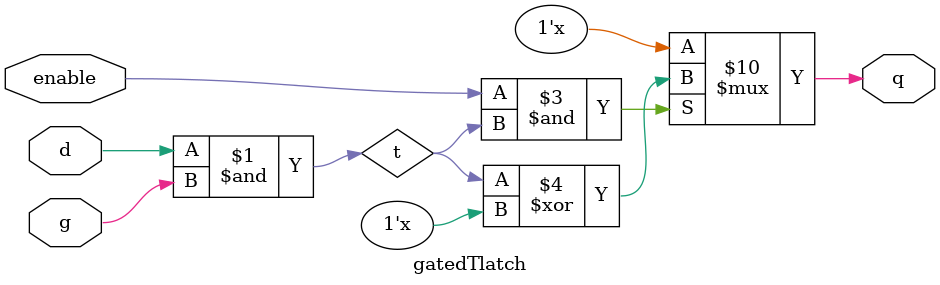
<source format=v>
module gatedTlatch(d,g,enable,q);
	input d,g,enable;
	output q;
	reg q;
	wire t;
	
	
	initial q=0;
	assign t=d&g;
	
	always@(enable or t)
	  begin

	    if(enable & t)
	     begin
	       q <= t^q;
	     end
	    else if(enable & ~t)
	     begin
	      q <= q;
	     end   
	  end
endmodule   
	  
	      
	

</source>
